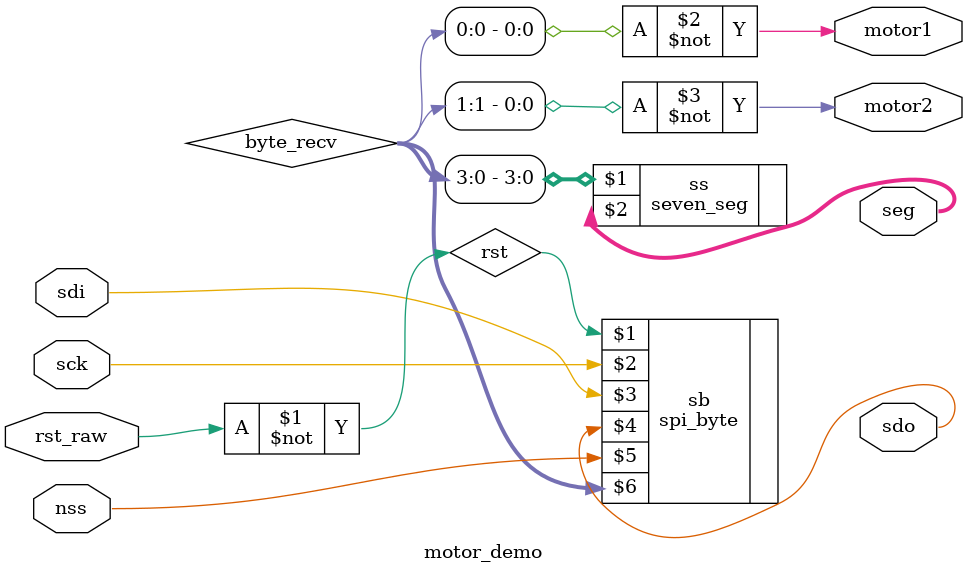
<source format=sv>
module motor_demo(
	input logic rst_raw,
    input logic sck,
    input logic sdi,
    output logic sdo,
    input logic nss,
    output logic [6:0] seg,
	output logic motor1,
	output logic motor2);
	
	logic rst;
	assign rst = ~rst_raw;
	
    logic [7:0] byte_recv;
    spi_byte sb(rst, sck, sdi, sdo, nss, byte_recv);
    seven_seg ss(byte_recv[3:0], seg);
	
	assign motor1 = ~byte_recv[0];  // Empirically, active low. 1 is counterclockwise drive
	assign motor2 = ~byte_recv[1];  // Empirically, active low. 2 is clockwise drive
endmodule


</source>
